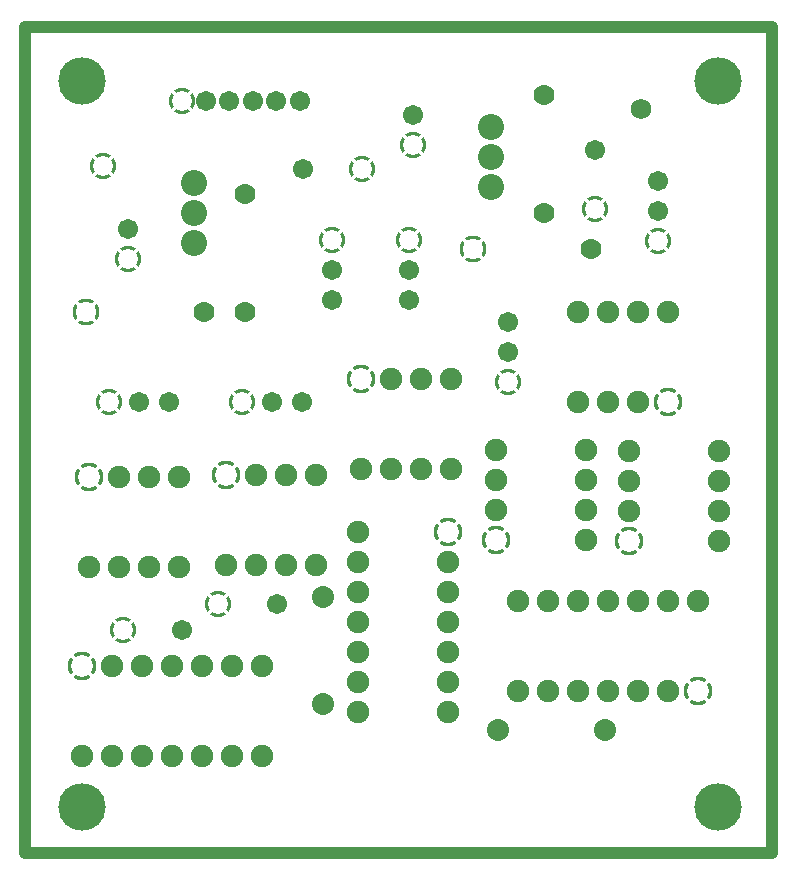
<source format=gbr>
%TF.GenerationSoftware,Altium Limited,Altium Designer,25.2.1 (25)*%
G04 Layer_Physical_Order=3*
G04 Layer_Color=128*
%FSLAX45Y45*%
%MOMM*%
%TF.SameCoordinates,8691A9DC-F0AF-48AF-AEAD-F0BAF975D49B*%
%TF.FilePolarity,Negative*%
%TF.FileFunction,Copper,L3,Inr,Plane*%
%TF.Part,Single*%
G01*
G75*
%TA.AperFunction,NonConductor*%
%ADD26C,1.01600*%
%TA.AperFunction,ViaPad*%
%ADD27C,4.01600*%
%TA.AperFunction,ComponentPad*%
%ADD28C,1.71600*%
%ADD29C,1.91600*%
G04:AMPARAMS|DCode=30|XSize=2.424mm|YSize=2.424mm|CornerRadius=0mm|HoleSize=0mm|Usage=FLASHONLY|Rotation=0.000|XOffset=0mm|YOffset=0mm|HoleType=Round|Shape=Relief|Width=0.254mm|Gap=0.254mm|Entries=4|*
%AMTHD30*
7,0,0,2.42400,1.91600,0.25400,45*
%
%ADD30THD30*%
G04:AMPARAMS|DCode=31|XSize=2.224mm|YSize=2.224mm|CornerRadius=0mm|HoleSize=0mm|Usage=FLASHONLY|Rotation=0.000|XOffset=0mm|YOffset=0mm|HoleType=Round|Shape=Relief|Width=0.254mm|Gap=0.254mm|Entries=4|*
%AMTHD31*
7,0,0,2.22400,1.71600,0.25400,45*
%
%ADD31THD31*%
G04:AMPARAMS|DCode=32|XSize=2.274mm|YSize=2.274mm|CornerRadius=0mm|HoleSize=0mm|Usage=FLASHONLY|Rotation=0.000|XOffset=0mm|YOffset=0mm|HoleType=Round|Shape=Relief|Width=0.254mm|Gap=0.254mm|Entries=4|*
%AMTHD32*
7,0,0,2.27400,1.76600,0.25400,45*
%
%ADD32THD32*%
%ADD33C,1.76600*%
%ADD34C,2.21600*%
%ADD36C,1.86600*%
%TA.AperFunction,ViaPad*%
%ADD37C,1.72720*%
G04:AMPARAMS|DCode=38|XSize=2.2352mm|YSize=2.2352mm|CornerRadius=0mm|HoleSize=0mm|Usage=FLASHONLY|Rotation=0.000|XOffset=0mm|YOffset=0mm|HoleType=Round|Shape=Relief|Width=0.254mm|Gap=0.254mm|Entries=4|*
%AMTHD38*
7,0,0,2.23520,1.72720,0.25400,45*
%
%ADD38THD38*%
D26*
X8839200Y7480300D02*
Y14478000D01*
X2514600Y7480300D02*
X8839200D01*
X2514600D02*
Y14478000D01*
X8839200D01*
D27*
X2997200Y7874000D02*
D03*
X8382000D02*
D03*
Y14020799D02*
D03*
X2997200D02*
D03*
D28*
X3479800Y11303000D02*
D03*
X3733800D02*
D03*
X4843400Y13847200D02*
D03*
X4643400D02*
D03*
X4443400D02*
D03*
X4243400D02*
D03*
X4043400D02*
D03*
X5765800Y12166600D02*
D03*
Y12420600D02*
D03*
X7873500Y13169901D02*
D03*
Y12915900D02*
D03*
X6604000Y11976100D02*
D03*
Y11722100D02*
D03*
X5803900Y13726698D02*
D03*
X3390900Y12763500D02*
D03*
X7340600Y13432600D02*
D03*
X4868098Y13271500D02*
D03*
X4864100Y11303000D02*
D03*
X4610100D02*
D03*
X5118100Y12166600D02*
D03*
Y12420600D02*
D03*
X3844102Y9372600D02*
D03*
X4648200Y9588500D02*
D03*
D29*
X8216900Y9613900D02*
D03*
X7962900D02*
D03*
X7708900D02*
D03*
X7454900D02*
D03*
X7200900D02*
D03*
X6946900D02*
D03*
X6692900D02*
D03*
X7962900Y8851900D02*
D03*
X7708900D02*
D03*
X7454900D02*
D03*
X7200900D02*
D03*
X6946900D02*
D03*
X6692900D02*
D03*
X7264400Y10134600D02*
D03*
Y10388600D02*
D03*
Y10642600D02*
D03*
Y10896600D02*
D03*
X6502400Y10388600D02*
D03*
Y10642600D02*
D03*
Y10896600D02*
D03*
X5359400Y10731500D02*
D03*
X5613400D02*
D03*
X5867400D02*
D03*
X6121400D02*
D03*
X5613400Y11493500D02*
D03*
X5867400D02*
D03*
X6121400D02*
D03*
X7632700Y10883900D02*
D03*
Y10629900D02*
D03*
Y10375900D02*
D03*
X8394700Y10883900D02*
D03*
Y10629900D02*
D03*
Y10375900D02*
D03*
Y10121900D02*
D03*
X7200900Y11303000D02*
D03*
X7454900D02*
D03*
X7708900D02*
D03*
X7200900Y12065000D02*
D03*
X7454900D02*
D03*
X7708900D02*
D03*
X7962900D02*
D03*
X3060700Y9906000D02*
D03*
X3314700D02*
D03*
X3568700D02*
D03*
X3822700D02*
D03*
X3314700Y10668000D02*
D03*
X3568700D02*
D03*
X3822700D02*
D03*
X4216400Y9918700D02*
D03*
X4470400D02*
D03*
X4724400D02*
D03*
X4978400D02*
D03*
X4470400Y10680700D02*
D03*
X4724400D02*
D03*
X4978400D02*
D03*
X4521200Y9067800D02*
D03*
X4267200D02*
D03*
X4013200D02*
D03*
X3759200D02*
D03*
X3505200D02*
D03*
X3251200D02*
D03*
X4521200Y8305800D02*
D03*
X4267200D02*
D03*
X4013200D02*
D03*
X3759200D02*
D03*
X3505200D02*
D03*
X3251200D02*
D03*
X2997200D02*
D03*
X5334000Y10198100D02*
D03*
Y9944100D02*
D03*
Y9690100D02*
D03*
Y9436100D02*
D03*
Y9182100D02*
D03*
Y8928100D02*
D03*
X6096000Y9944100D02*
D03*
Y9690100D02*
D03*
Y9436100D02*
D03*
Y9182100D02*
D03*
Y8928100D02*
D03*
Y8674100D02*
D03*
X5334000D02*
D03*
D30*
X8216900Y8851900D02*
D03*
X6502400Y10134600D02*
D03*
X5359400Y11493500D02*
D03*
X7632700Y10121900D02*
D03*
X7962900Y11303000D02*
D03*
X3060700Y10668000D02*
D03*
X4216400Y10680700D02*
D03*
X2997200Y9067800D02*
D03*
X6096000Y10198100D02*
D03*
D31*
X3225800Y11303000D02*
D03*
X3843400Y13847200D02*
D03*
X5765800Y12674600D02*
D03*
X7873500Y12661900D02*
D03*
X6604000Y11468100D02*
D03*
X5803900Y13476701D02*
D03*
X3390900Y12513503D02*
D03*
X7340600Y12932600D02*
D03*
X5368102Y13271500D02*
D03*
X4356100Y11303000D02*
D03*
X5118100Y12674600D02*
D03*
X3344098Y9372600D02*
D03*
X4148201Y9588500D02*
D03*
D32*
X3030601Y12065001D02*
D03*
X6307201Y12598400D02*
D03*
D33*
X6908800Y13898500D02*
D03*
Y12898502D02*
D03*
X4381499Y13060300D02*
D03*
Y12060302D02*
D03*
X4030599Y12065001D02*
D03*
X7307199Y12598400D02*
D03*
D34*
X6464300Y13119099D02*
D03*
Y13373100D02*
D03*
Y13627100D02*
D03*
X3949700Y12649200D02*
D03*
Y12903200D02*
D03*
Y13157201D02*
D03*
D36*
X7422302Y8521700D02*
D03*
X6522298D02*
D03*
X5041900Y8744798D02*
D03*
Y9644802D02*
D03*
D37*
X7734300Y13779500D02*
D03*
D38*
X3175000Y13296899D02*
D03*
%TF.MD5,a1adccec7cbe4fc46fcb2fbdf598bf21*%
M02*

</source>
